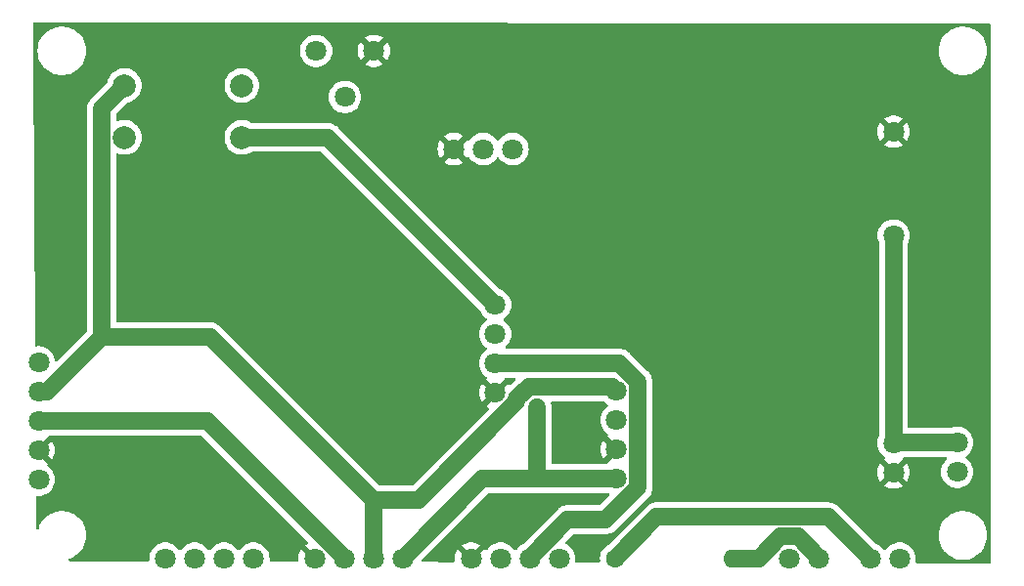
<source format=gbr>
%TF.GenerationSoftware,KiCad,Pcbnew,7.0.11+dfsg-1build4*%
%TF.CreationDate,2024-10-09T23:59:57+02:00*%
%TF.ProjectId,BertheVarioTac-Shema,42657274-6865-4566-9172-696f5461632d,rev?*%
%TF.SameCoordinates,Original*%
%TF.FileFunction,Copper,L1,Top*%
%TF.FilePolarity,Positive*%
%FSLAX46Y46*%
G04 Gerber Fmt 4.6, Leading zero omitted, Abs format (unit mm)*
G04 Created by KiCad (PCBNEW 7.0.11+dfsg-1build4) date 2024-10-09 23:59:57*
%MOMM*%
%LPD*%
G01*
G04 APERTURE LIST*
%TA.AperFunction,ComponentPad*%
%ADD10C,1.800000*%
%TD*%
%TA.AperFunction,ComponentPad*%
%ADD11C,1.600000*%
%TD*%
%TA.AperFunction,ComponentPad*%
%ADD12O,1.600000X1.600000*%
%TD*%
%TA.AperFunction,ComponentPad*%
%ADD13C,2.000000*%
%TD*%
%TA.AperFunction,ViaPad*%
%ADD14C,0.600000*%
%TD*%
%TA.AperFunction,Conductor*%
%ADD15C,1.500000*%
%TD*%
G04 APERTURE END LIST*
D10*
%TO.P,SW1,1*%
%TO.N,Net-(Lipo-1S-to-5V1-IN_3.7v)*%
X173500000Y-132500000D03*
%TO.P,SW1,2*%
%TO.N,Net-(BT1-+)*%
X173500000Y-129960000D03*
%TD*%
%TO.P,Usb-C-charger1,1,B-*%
%TO.N,GNDREF*%
X168000000Y-103000000D03*
%TO.P,Usb-C-charger1,2,+*%
%TO.N,Net-(BT1-+)*%
X168000000Y-112000000D03*
%TD*%
D11*
%TO.P,R1,1*%
%TO.N,Net-(R1-Pad1)*%
X143880000Y-140000000D03*
D12*
%TO.P,R1,2*%
%TO.N,Net-(P4-Pin_1)*%
X154040000Y-140000000D03*
%TD*%
D10*
%TO.P,CN1,1,Pin_1*%
%TO.N,Net-(BMP180_Press1-VIN)*%
X125500000Y-140000000D03*
%TO.P,CN1,2,Pin_2*%
%TO.N,Net-(BMP180_Press1-SDA)*%
X122960000Y-140000000D03*
%TO.P,CN1,3,Pin_3*%
%TO.N,Net-(BMP180_Press1-SCL)*%
X120420000Y-140000000D03*
%TO.P,CN1,4,Pin_4*%
%TO.N,GNDREF*%
X117880000Y-140000000D03*
%TD*%
D13*
%TO.P,R2,1*%
%TO.N,Net-(BMP180_Press1-VIN)*%
X111580000Y-99000000D03*
%TO.P,R2,2*%
%TO.N,Net-(BMP180_Press1-SDA)*%
X101420000Y-99000000D03*
%TD*%
D10*
%TO.P,S1,1,1*%
%TO.N,Net-(P4-Pin_2)*%
X168500000Y-140000000D03*
%TO.P,S1,2,2*%
%TO.N,Net-(R1-Pad1)*%
X165960000Y-140000000D03*
%TD*%
%TO.P,P4,1,Pin_1*%
%TO.N,Net-(P4-Pin_1)*%
X161500000Y-140000000D03*
%TO.P,P4,2,Pin_2*%
%TO.N,Net-(P4-Pin_2)*%
X158960000Y-140000000D03*
%TD*%
%TO.P,GPS-NEO6M1,1,GND*%
%TO.N,GNDREF*%
X133500000Y-125620000D03*
%TO.P,GPS-NEO6M1,2,TX*%
%TO.N,Net-(GPS-NEO6M1-TX)*%
X133500000Y-123080000D03*
%TO.P,GPS-NEO6M1,3,RX*%
%TO.N,unconnected-(GPS-NEO6M1-RX-Pad3)*%
X133500000Y-120540000D03*
%TO.P,GPS-NEO6M1,4,VCC*%
%TO.N,Net-(BMP180_Press1-VIN)*%
X133500000Y-118000000D03*
%TD*%
D13*
%TO.P,R3,1*%
%TO.N,Net-(BMP180_Press1-VIN)*%
X111580000Y-103500000D03*
%TO.P,R3,2*%
%TO.N,Net-(BMP180_Press1-SCL)*%
X101420000Y-103500000D03*
%TD*%
D10*
%TO.P,Lipo-1S-to-5V1,1,GND*%
%TO.N,GNDREF*%
X129920000Y-104500000D03*
%TO.P,Lipo-1S-to-5V1,2,IN_3.7v*%
%TO.N,Net-(Lipo-1S-to-5V1-IN_3.7v)*%
X132460000Y-104500000D03*
%TO.P,Lipo-1S-to-5V1,3,OUT_5V*%
%TO.N,Net-(Lipo-1S-to-5V1-OUT_5V)*%
X135000000Y-104500000D03*
%TD*%
%TO.P,BT1,1,+*%
%TO.N,Net-(BT1-+)*%
X168000000Y-130000000D03*
%TO.P,BT1,2,-*%
%TO.N,GNDREF*%
X168000000Y-132540000D03*
%TD*%
%TO.P,QMC5883_Mag1,1,VCC*%
%TO.N,Net-(BMP180_Press1-VIN)*%
X94000000Y-133160000D03*
%TO.P,QMC5883_Mag1,2,GND*%
%TO.N,GNDREF*%
X94000000Y-130620000D03*
%TO.P,QMC5883_Mag1,3,SCL*%
%TO.N,Net-(BMP180_Press1-SCL)*%
X94000000Y-128080000D03*
%TO.P,QMC5883_Mag1,4,SDA*%
%TO.N,Net-(BMP180_Press1-SDA)*%
X94000000Y-125540000D03*
%TO.P,QMC5883_Mag1,5*%
%TO.N,N/C*%
X94000000Y-123000000D03*
%TD*%
%TO.P,P1,1,Pin_1*%
%TO.N,Net-(Lipo-1S-to-5V1-OUT_5V)*%
X139040000Y-140000000D03*
%TO.P,P1,2,Pin_2*%
%TO.N,Net-(GPS-NEO6M1-TX)*%
X136500000Y-140000000D03*
%TO.P,P1,3,Pin_3*%
%TO.N,unconnected-(P1-Pin_3-Pad3)*%
X133960000Y-140000000D03*
%TO.P,P1,4,Pin_4*%
%TO.N,GNDREF*%
X131420000Y-140000000D03*
%TD*%
%TO.P,P5,1,1*%
%TO.N,Net-(Lipo-1S-to-5V1-IN_3.7v)*%
X118000000Y-96000000D03*
%TO.P,P5,2,2*%
%TO.N,Net-(P3-Pin_3)*%
X120500000Y-100000000D03*
%TO.P,P5,3,3*%
%TO.N,GNDREF*%
X123000000Y-96000000D03*
%TD*%
%TO.P,BMP180_Press1,1,SDA*%
%TO.N,Net-(BMP180_Press1-SDA)*%
X144000000Y-125460000D03*
%TO.P,BMP180_Press1,2,SCL*%
%TO.N,Net-(BMP180_Press1-SCL)*%
X144000000Y-128000000D03*
%TO.P,BMP180_Press1,3,GND*%
%TO.N,GNDREF*%
X144000000Y-130540000D03*
%TO.P,BMP180_Press1,4,VIN*%
%TO.N,Net-(BMP180_Press1-VIN)*%
X144000000Y-133080000D03*
%TD*%
%TO.P,P3,1,Pin_1*%
%TO.N,unconnected-(P3-Pin_1-Pad1)*%
X112580000Y-140000000D03*
%TO.P,P3,2,Pin_2*%
%TO.N,unconnected-(P3-Pin_2-Pad2)*%
X110040000Y-140000000D03*
%TO.P,P3,3,Pin_3*%
%TO.N,Net-(P3-Pin_3)*%
X107500000Y-140000000D03*
%TO.P,P3,4,Pin_4*%
%TO.N,unconnected-(P3-Pin_4-Pad4)*%
X104960000Y-140000000D03*
%TD*%
D14*
%TO.N,Net-(BMP180_Press1-VIN)*%
X137124600Y-126899900D03*
%TD*%
D15*
%TO.N,Net-(BMP180_Press1-SCL)*%
X108579000Y-128080000D02*
X94000000Y-128080000D01*
X120420000Y-139921000D02*
X108579000Y-128080000D01*
X120420000Y-140000000D02*
X120420000Y-139921000D01*
%TO.N,Net-(BMP180_Press1-SDA)*%
X126897600Y-134907600D02*
X122960000Y-134907600D01*
X135387300Y-126417900D02*
X126897600Y-134907600D01*
X135387300Y-126169300D02*
X135387300Y-126417900D01*
X136418000Y-125138600D02*
X135387300Y-126169300D01*
X143678600Y-125138600D02*
X136418000Y-125138600D01*
X144000000Y-125460000D02*
X143678600Y-125138600D01*
X122960000Y-134907600D02*
X122960000Y-140000000D01*
X99428100Y-100991900D02*
X101420000Y-99000000D01*
X99428100Y-120785200D02*
X99428100Y-100991900D01*
X94673300Y-125540000D02*
X99428100Y-120785200D01*
X94000000Y-125540000D02*
X94673300Y-125540000D01*
X108837600Y-120785200D02*
X122960000Y-134907600D01*
X99428100Y-120785200D02*
X108837600Y-120785200D01*
%TO.N,Net-(BMP180_Press1-VIN)*%
X119000000Y-103500000D02*
X111580000Y-103500000D01*
X133500000Y-118000000D02*
X119000000Y-103500000D01*
X137124600Y-126899900D02*
X137124600Y-133080000D01*
X144000000Y-133080000D02*
X137124600Y-133080000D01*
X132420000Y-133080000D02*
X125500000Y-140000000D01*
X137124600Y-133080000D02*
X132420000Y-133080000D01*
%TO.N,Net-(GPS-NEO6M1-TX)*%
X136500000Y-139894200D02*
X136500000Y-140000000D01*
X139776000Y-136618200D02*
X136500000Y-139894200D01*
X143092000Y-136618200D02*
X139776000Y-136618200D01*
X145859200Y-133851000D02*
X143092000Y-136618200D01*
X145859200Y-124670400D02*
X145859200Y-133851000D01*
X144268800Y-123080000D02*
X145859200Y-124670400D01*
X133500000Y-123080000D02*
X144268800Y-123080000D01*
%TO.N,Net-(BT1-+)*%
X168000000Y-129960000D02*
X173500000Y-129960000D01*
X168000000Y-112000000D02*
X168000000Y-129960000D01*
X168000000Y-129960000D02*
X168000000Y-130000000D01*
%TO.N,Net-(P4-Pin_1)*%
X154040000Y-140000000D02*
X156340000Y-140000000D01*
X161500000Y-139910300D02*
X161500000Y-140000000D01*
X159692000Y-138102300D02*
X161500000Y-139910300D01*
X158237700Y-138102300D02*
X159692000Y-138102300D01*
X156340000Y-140000000D02*
X158237700Y-138102300D01*
%TO.N,Net-(R1-Pad1)*%
X147494500Y-136385500D02*
X143880000Y-140000000D01*
X162345500Y-136385500D02*
X147494500Y-136385500D01*
X165960000Y-140000000D02*
X162345500Y-136385500D01*
%TD*%
%TA.AperFunction,Conductor*%
%TO.N,GNDREF*%
G36*
X176260171Y-93615943D02*
G01*
X176327183Y-93635720D01*
X176372865Y-93688587D01*
X176384000Y-93739828D01*
X176427127Y-140302840D01*
X176407504Y-140369898D01*
X176354743Y-140415702D01*
X176302841Y-140426955D01*
X169999301Y-140412410D01*
X169932307Y-140392570D01*
X169886674Y-140339661D01*
X169876890Y-140270480D01*
X169879382Y-140257967D01*
X169880361Y-140254100D01*
X169886134Y-140231305D01*
X169886507Y-140226808D01*
X169905300Y-140000006D01*
X169905300Y-139999993D01*
X169886135Y-139768702D01*
X169886133Y-139768691D01*
X169829157Y-139543699D01*
X169735924Y-139331151D01*
X169608983Y-139136852D01*
X169608980Y-139136849D01*
X169608979Y-139136847D01*
X169451784Y-138966087D01*
X169451779Y-138966083D01*
X169451777Y-138966081D01*
X169268634Y-138823535D01*
X169268628Y-138823531D01*
X169064504Y-138713064D01*
X169064495Y-138713061D01*
X168844984Y-138637702D01*
X168664428Y-138607573D01*
X168616049Y-138599500D01*
X168383951Y-138599500D01*
X168338164Y-138607140D01*
X168155015Y-138637702D01*
X167935504Y-138713061D01*
X167935495Y-138713064D01*
X167731371Y-138823531D01*
X167731365Y-138823535D01*
X167548222Y-138966081D01*
X167548219Y-138966084D01*
X167548216Y-138966086D01*
X167548216Y-138966087D01*
X167517040Y-138999953D01*
X167391016Y-139136852D01*
X167333809Y-139224416D01*
X167280662Y-139269773D01*
X167211431Y-139279197D01*
X167148095Y-139249695D01*
X167126191Y-139224416D01*
X167068983Y-139136852D01*
X167068980Y-139136849D01*
X167068979Y-139136847D01*
X166911784Y-138966087D01*
X166911779Y-138966083D01*
X166911777Y-138966081D01*
X166728634Y-138823535D01*
X166728628Y-138823531D01*
X166524504Y-138713064D01*
X166524495Y-138713061D01*
X166425298Y-138679006D01*
X166377880Y-138649406D01*
X165728474Y-138000000D01*
X171894592Y-138000000D01*
X171914201Y-138286680D01*
X171914201Y-138286684D01*
X171914202Y-138286686D01*
X171935984Y-138391509D01*
X171972666Y-138568034D01*
X171972667Y-138568037D01*
X172068894Y-138838793D01*
X172068893Y-138838793D01*
X172201098Y-139093935D01*
X172366812Y-139328700D01*
X172441655Y-139408836D01*
X172562947Y-139538708D01*
X172785853Y-139720055D01*
X172873423Y-139773308D01*
X173031382Y-139869365D01*
X173218237Y-139950526D01*
X173294942Y-139983844D01*
X173571642Y-140061371D01*
X173821920Y-140095771D01*
X173856321Y-140100500D01*
X173856322Y-140100500D01*
X174143679Y-140100500D01*
X174174370Y-140096281D01*
X174428358Y-140061371D01*
X174705058Y-139983844D01*
X174869726Y-139912319D01*
X174968617Y-139869365D01*
X174968620Y-139869363D01*
X174968625Y-139869361D01*
X175214147Y-139720055D01*
X175437053Y-139538708D01*
X175633189Y-139328698D01*
X175798901Y-139093936D01*
X175931104Y-138838797D01*
X176027334Y-138568032D01*
X176085798Y-138286686D01*
X176105408Y-138000000D01*
X176085798Y-137713314D01*
X176027334Y-137431968D01*
X175997347Y-137347594D01*
X175931105Y-137161206D01*
X175931106Y-137161206D01*
X175798901Y-136906064D01*
X175633187Y-136671299D01*
X175554554Y-136587105D01*
X175437053Y-136461292D01*
X175214147Y-136279945D01*
X175214146Y-136279944D01*
X174968617Y-136130634D01*
X174705063Y-136016158D01*
X174705061Y-136016157D01*
X174705058Y-136016156D01*
X174575578Y-135979877D01*
X174428364Y-135938630D01*
X174428359Y-135938629D01*
X174428358Y-135938629D01*
X174286018Y-135919064D01*
X174143679Y-135899500D01*
X174143678Y-135899500D01*
X173856322Y-135899500D01*
X173856321Y-135899500D01*
X173571642Y-135938629D01*
X173571635Y-135938630D01*
X173382727Y-135991560D01*
X173294942Y-136016156D01*
X173294939Y-136016156D01*
X173294936Y-136016158D01*
X173294935Y-136016158D01*
X173031382Y-136130634D01*
X172785853Y-136279944D01*
X172562950Y-136461289D01*
X172366812Y-136671299D01*
X172201098Y-136906064D01*
X172068894Y-137161206D01*
X171972667Y-137431962D01*
X171972666Y-137431965D01*
X171914201Y-137713319D01*
X171894592Y-138000000D01*
X165728474Y-138000000D01*
X163284316Y-135555842D01*
X163275049Y-135545473D01*
X163253008Y-135517834D01*
X163253006Y-135517832D01*
X163203103Y-135474232D01*
X163197007Y-135468533D01*
X163190032Y-135461558D01*
X163190021Y-135461548D01*
X163158755Y-135435445D01*
X163156639Y-135433638D01*
X163083503Y-135369740D01*
X163083497Y-135369736D01*
X163083496Y-135369735D01*
X163079741Y-135367491D01*
X163063873Y-135356232D01*
X163060519Y-135353432D01*
X163060518Y-135353431D01*
X163060513Y-135353427D01*
X162976048Y-135305501D01*
X162973644Y-135304101D01*
X162890263Y-135254284D01*
X162886169Y-135252748D01*
X162868544Y-135244502D01*
X162864745Y-135242346D01*
X162773069Y-135210267D01*
X162770453Y-135209319D01*
X162679529Y-135175194D01*
X162679519Y-135175191D01*
X162675223Y-135174412D01*
X162656418Y-135169449D01*
X162652284Y-135168002D01*
X162652277Y-135168001D01*
X162556348Y-135152807D01*
X162553605Y-135152341D01*
X162458050Y-135135000D01*
X162458047Y-135135000D01*
X162453672Y-135135000D01*
X162434269Y-135133472D01*
X162429960Y-135132789D01*
X162332859Y-135134969D01*
X162330077Y-135135000D01*
X147571686Y-135135000D01*
X147557802Y-135134220D01*
X147522677Y-135130262D01*
X147522669Y-135130261D01*
X147456567Y-135134719D01*
X147448225Y-135135000D01*
X147438338Y-135135000D01*
X147397751Y-135138652D01*
X147394982Y-135138870D01*
X147298090Y-135145403D01*
X147293849Y-135146472D01*
X147274676Y-135149730D01*
X147270308Y-135150123D01*
X147176685Y-135175962D01*
X147173995Y-135176672D01*
X147079819Y-135200402D01*
X147075822Y-135202218D01*
X147057559Y-135208839D01*
X147053331Y-135210006D01*
X146965816Y-135252149D01*
X146963300Y-135253326D01*
X146874876Y-135293491D01*
X146874871Y-135293494D01*
X146871275Y-135295986D01*
X146854471Y-135305771D01*
X146850531Y-135307668D01*
X146850529Y-135307669D01*
X146771960Y-135364751D01*
X146769695Y-135366358D01*
X146689845Y-135421680D01*
X146686739Y-135424786D01*
X146671965Y-135437403D01*
X146668428Y-135439973D01*
X146668421Y-135439978D01*
X146601304Y-135510177D01*
X146599359Y-135512165D01*
X143270509Y-138841015D01*
X143235242Y-138865712D01*
X143227264Y-138869432D01*
X143040858Y-138999954D01*
X142879954Y-139160858D01*
X142749432Y-139347265D01*
X142749431Y-139347267D01*
X142653261Y-139553502D01*
X142653258Y-139553511D01*
X142594366Y-139773302D01*
X142594364Y-139773313D01*
X142574532Y-139999998D01*
X142574532Y-140000002D01*
X142593261Y-140214082D01*
X142579494Y-140282582D01*
X142530879Y-140332765D01*
X142469447Y-140348889D01*
X140551171Y-140344463D01*
X140484177Y-140324623D01*
X140438544Y-140271714D01*
X140427881Y-140210223D01*
X140445300Y-140000005D01*
X140445300Y-139999993D01*
X140426135Y-139768702D01*
X140426133Y-139768691D01*
X140369157Y-139543699D01*
X140275924Y-139331151D01*
X140148983Y-139136852D01*
X140148980Y-139136849D01*
X140148979Y-139136847D01*
X139991784Y-138966087D01*
X139991779Y-138966083D01*
X139991777Y-138966081D01*
X139808634Y-138823535D01*
X139808628Y-138823531D01*
X139650250Y-138737821D01*
X139600660Y-138688601D01*
X139585552Y-138620384D01*
X139609723Y-138554829D01*
X139621579Y-138541093D01*
X140257655Y-137905019D01*
X140318978Y-137871534D01*
X140345336Y-137868700D01*
X143014814Y-137868700D01*
X143028697Y-137869479D01*
X143063827Y-137873438D01*
X143063828Y-137873437D01*
X143063830Y-137873438D01*
X143129933Y-137868981D01*
X143138275Y-137868700D01*
X143148149Y-137868700D01*
X143148155Y-137868700D01*
X143188793Y-137865041D01*
X143191504Y-137864828D01*
X143288412Y-137858296D01*
X143292646Y-137857228D01*
X143311841Y-137853967D01*
X143316188Y-137853577D01*
X143409856Y-137827725D01*
X143412444Y-137827041D01*
X143506683Y-137803296D01*
X143510655Y-137801491D01*
X143528962Y-137794854D01*
X143533170Y-137793693D01*
X143620740Y-137751521D01*
X143623131Y-137750402D01*
X143711626Y-137710207D01*
X143715220Y-137707716D01*
X143732035Y-137697924D01*
X143735973Y-137696029D01*
X143740575Y-137692686D01*
X143791501Y-137655685D01*
X143814592Y-137638908D01*
X143816724Y-137637394D01*
X143896654Y-137582020D01*
X143899743Y-137578930D01*
X143914545Y-137566288D01*
X143918078Y-137563722D01*
X143985239Y-137493475D01*
X143987096Y-137491576D01*
X146688866Y-134789806D01*
X146699216Y-134780557D01*
X146726866Y-134758508D01*
X146770467Y-134708601D01*
X146776157Y-134702516D01*
X146783145Y-134695529D01*
X146809319Y-134664175D01*
X146811019Y-134662185D01*
X146874965Y-134588996D01*
X146877202Y-134585250D01*
X146888469Y-134569369D01*
X146891268Y-134566018D01*
X146939255Y-134481445D01*
X146940549Y-134479223D01*
X146990415Y-134395764D01*
X146991949Y-134391675D01*
X147000198Y-134374044D01*
X147002354Y-134370245D01*
X147034459Y-134278491D01*
X147035390Y-134275925D01*
X147069505Y-134185029D01*
X147069504Y-134185029D01*
X147069507Y-134185024D01*
X147070285Y-134180735D01*
X147075257Y-134161896D01*
X147076698Y-134157782D01*
X147091912Y-134061717D01*
X147092340Y-134059200D01*
X147109700Y-133963547D01*
X147109700Y-133959175D01*
X147111227Y-133939777D01*
X147111910Y-133935464D01*
X147111911Y-133935459D01*
X147109730Y-133838332D01*
X147109700Y-133835551D01*
X147109700Y-130000006D01*
X166594700Y-130000006D01*
X166613864Y-130231297D01*
X166613866Y-130231308D01*
X166670842Y-130456300D01*
X166764075Y-130668848D01*
X166891016Y-130863147D01*
X166891019Y-130863151D01*
X166891021Y-130863153D01*
X167048216Y-131033913D01*
X167179982Y-131136470D01*
X167226225Y-131172462D01*
X167267038Y-131229173D01*
X167270713Y-131298946D01*
X167236082Y-131359629D01*
X167226225Y-131368170D01*
X167201201Y-131387646D01*
X167201200Y-131387647D01*
X167955600Y-132142046D01*
X167874852Y-132154835D01*
X167761955Y-132212359D01*
X167672359Y-132301955D01*
X167614835Y-132414852D01*
X167602046Y-132495600D01*
X166848811Y-131742365D01*
X166764516Y-131871390D01*
X166671317Y-132083864D01*
X166614361Y-132308781D01*
X166595202Y-132539994D01*
X166595202Y-132540005D01*
X166614361Y-132771218D01*
X166671317Y-132996135D01*
X166764515Y-133208606D01*
X166848812Y-133337633D01*
X167602046Y-132584399D01*
X167614835Y-132665148D01*
X167672359Y-132778045D01*
X167761955Y-132867641D01*
X167874852Y-132925165D01*
X167955599Y-132937953D01*
X167201201Y-133692351D01*
X167231649Y-133716050D01*
X167435697Y-133826476D01*
X167435706Y-133826479D01*
X167655139Y-133901811D01*
X167883993Y-133940000D01*
X168116007Y-133940000D01*
X168344860Y-133901811D01*
X168564293Y-133826479D01*
X168564301Y-133826476D01*
X168768355Y-133716047D01*
X168798797Y-133692351D01*
X168798798Y-133692350D01*
X168044401Y-132937953D01*
X168125148Y-132925165D01*
X168238045Y-132867641D01*
X168327641Y-132778045D01*
X168385165Y-132665148D01*
X168397953Y-132584400D01*
X169151186Y-133337633D01*
X169235482Y-133208611D01*
X169328682Y-132996135D01*
X169385638Y-132771218D01*
X169404798Y-132540005D01*
X169404798Y-132539994D01*
X169385638Y-132308781D01*
X169328682Y-132083864D01*
X169235484Y-131871393D01*
X169151186Y-131742365D01*
X168397953Y-132495598D01*
X168385165Y-132414852D01*
X168327641Y-132301955D01*
X168238045Y-132212359D01*
X168125148Y-132154835D01*
X168044400Y-132142046D01*
X168798797Y-131387647D01*
X168795975Y-131342184D01*
X168811468Y-131274053D01*
X168861335Y-131225114D01*
X168919737Y-131210500D01*
X172515395Y-131210500D01*
X172582434Y-131230185D01*
X172628189Y-131282989D01*
X172638133Y-131352147D01*
X172609108Y-131415703D01*
X172591560Y-131432351D01*
X172561278Y-131455920D01*
X172548217Y-131466086D01*
X172391016Y-131636852D01*
X172264075Y-131831151D01*
X172170842Y-132043699D01*
X172113866Y-132268691D01*
X172113864Y-132268702D01*
X172094700Y-132499993D01*
X172094700Y-132500006D01*
X172113864Y-132731297D01*
X172113866Y-132731308D01*
X172170842Y-132956300D01*
X172264075Y-133168848D01*
X172391016Y-133363147D01*
X172391019Y-133363151D01*
X172391021Y-133363153D01*
X172548216Y-133533913D01*
X172548219Y-133533915D01*
X172548222Y-133533918D01*
X172731365Y-133676464D01*
X172731371Y-133676468D01*
X172731374Y-133676470D01*
X172935497Y-133786936D01*
X173049487Y-133826068D01*
X173155015Y-133862297D01*
X173155017Y-133862297D01*
X173155019Y-133862298D01*
X173383951Y-133900500D01*
X173383952Y-133900500D01*
X173616048Y-133900500D01*
X173616049Y-133900500D01*
X173844981Y-133862298D01*
X174064503Y-133786936D01*
X174268626Y-133676470D01*
X174451784Y-133533913D01*
X174608979Y-133363153D01*
X174735924Y-133168849D01*
X174829157Y-132956300D01*
X174886134Y-132731305D01*
X174886135Y-132731297D01*
X174905300Y-132500006D01*
X174905300Y-132499993D01*
X174886135Y-132268702D01*
X174886133Y-132268691D01*
X174829157Y-132043699D01*
X174735924Y-131831151D01*
X174608983Y-131636852D01*
X174608980Y-131636849D01*
X174608979Y-131636847D01*
X174451784Y-131466087D01*
X174274180Y-131327853D01*
X174233368Y-131271143D01*
X174229693Y-131201370D01*
X174264324Y-131140687D01*
X174274181Y-131132146D01*
X174451784Y-130993913D01*
X174608979Y-130823153D01*
X174735924Y-130628849D01*
X174829157Y-130416300D01*
X174886134Y-130191305D01*
X174889156Y-130154835D01*
X174905300Y-129960006D01*
X174905300Y-129959993D01*
X174886135Y-129728702D01*
X174886133Y-129728691D01*
X174829157Y-129503699D01*
X174735924Y-129291151D01*
X174608983Y-129096852D01*
X174608980Y-129096849D01*
X174608979Y-129096847D01*
X174451784Y-128926087D01*
X174451779Y-128926083D01*
X174451777Y-128926081D01*
X174268634Y-128783535D01*
X174268628Y-128783531D01*
X174064504Y-128673064D01*
X174064495Y-128673061D01*
X173844984Y-128597702D01*
X173673282Y-128569050D01*
X173616049Y-128559500D01*
X173383951Y-128559500D01*
X173338164Y-128567140D01*
X173155015Y-128597702D01*
X172935501Y-128673062D01*
X172935486Y-128673069D01*
X172895786Y-128694554D01*
X172836768Y-128709500D01*
X169374500Y-128709500D01*
X169307461Y-128689815D01*
X169261706Y-128637011D01*
X169250500Y-128585500D01*
X169250500Y-112661619D01*
X169260943Y-112611810D01*
X169329157Y-112456300D01*
X169386134Y-112231305D01*
X169405300Y-112000000D01*
X169405300Y-111999993D01*
X169386135Y-111768702D01*
X169386133Y-111768691D01*
X169329157Y-111543699D01*
X169235924Y-111331151D01*
X169108983Y-111136852D01*
X169108980Y-111136849D01*
X169108979Y-111136847D01*
X168951784Y-110966087D01*
X168951779Y-110966083D01*
X168951777Y-110966081D01*
X168768634Y-110823535D01*
X168768628Y-110823531D01*
X168564504Y-110713064D01*
X168564495Y-110713061D01*
X168344984Y-110637702D01*
X168173282Y-110609050D01*
X168116049Y-110599500D01*
X167883951Y-110599500D01*
X167838164Y-110607140D01*
X167655015Y-110637702D01*
X167435504Y-110713061D01*
X167435495Y-110713064D01*
X167231371Y-110823531D01*
X167231365Y-110823535D01*
X167048222Y-110966081D01*
X167048219Y-110966084D01*
X166891016Y-111136852D01*
X166764075Y-111331151D01*
X166670842Y-111543699D01*
X166613866Y-111768691D01*
X166613864Y-111768702D01*
X166594700Y-111999993D01*
X166594700Y-112000006D01*
X166613864Y-112231297D01*
X166613866Y-112231308D01*
X166670842Y-112456297D01*
X166670843Y-112456300D01*
X166739056Y-112611810D01*
X166749500Y-112661619D01*
X166749500Y-129338379D01*
X166739056Y-129388189D01*
X166670842Y-129543699D01*
X166613866Y-129768691D01*
X166613864Y-129768702D01*
X166594700Y-129999993D01*
X166594700Y-130000006D01*
X147109700Y-130000006D01*
X147109700Y-124747575D01*
X147110480Y-124733690D01*
X147114437Y-124698572D01*
X147112972Y-124676847D01*
X147109981Y-124632475D01*
X147109700Y-124624134D01*
X147109700Y-124614250D01*
X147109700Y-124614245D01*
X147106043Y-124573615D01*
X147105826Y-124570852D01*
X147103893Y-124542181D01*
X147099296Y-124473987D01*
X147098227Y-124469747D01*
X147094968Y-124450558D01*
X147094753Y-124448170D01*
X147094577Y-124446212D01*
X147068732Y-124352568D01*
X147068040Y-124349948D01*
X147044296Y-124255716D01*
X147042490Y-124251740D01*
X147035854Y-124233439D01*
X147034693Y-124229230D01*
X146992540Y-124141699D01*
X146991389Y-124139239D01*
X146951207Y-124050774D01*
X146948717Y-124047180D01*
X146938925Y-124030364D01*
X146937030Y-124026429D01*
X146937027Y-124026424D01*
X146879940Y-123947850D01*
X146878362Y-123945628D01*
X146823020Y-123865746D01*
X146819929Y-123862655D01*
X146807293Y-123847861D01*
X146804721Y-123844321D01*
X146804718Y-123844318D01*
X146734499Y-123777181D01*
X146732510Y-123775236D01*
X145207616Y-122250342D01*
X145198349Y-122239973D01*
X145176306Y-122212332D01*
X145126403Y-122168732D01*
X145120307Y-122163033D01*
X145113332Y-122156058D01*
X145113321Y-122156048D01*
X145082055Y-122129945D01*
X145079939Y-122128138D01*
X145006803Y-122064240D01*
X145006797Y-122064236D01*
X145006796Y-122064235D01*
X145003041Y-122061991D01*
X144987173Y-122050732D01*
X144983819Y-122047932D01*
X144983818Y-122047931D01*
X144983813Y-122047927D01*
X144899348Y-122000001D01*
X144896944Y-121998601D01*
X144813563Y-121948784D01*
X144809469Y-121947248D01*
X144791844Y-121939002D01*
X144788045Y-121936846D01*
X144696369Y-121904767D01*
X144693753Y-121903819D01*
X144602829Y-121869694D01*
X144602819Y-121869691D01*
X144598523Y-121868912D01*
X144579718Y-121863949D01*
X144575584Y-121862502D01*
X144575577Y-121862501D01*
X144479648Y-121847307D01*
X144476905Y-121846841D01*
X144381350Y-121829500D01*
X144381347Y-121829500D01*
X144376972Y-121829500D01*
X144357569Y-121827972D01*
X144353260Y-121827289D01*
X144256159Y-121829469D01*
X144253377Y-121829500D01*
X134484605Y-121829500D01*
X134417566Y-121809815D01*
X134371811Y-121757011D01*
X134361867Y-121687853D01*
X134390892Y-121624297D01*
X134408439Y-121607648D01*
X134451784Y-121573913D01*
X134608979Y-121403153D01*
X134735924Y-121208849D01*
X134829157Y-120996300D01*
X134886134Y-120771305D01*
X134905300Y-120540000D01*
X134905300Y-120539993D01*
X134886135Y-120308702D01*
X134886133Y-120308691D01*
X134829157Y-120083699D01*
X134735924Y-119871151D01*
X134608983Y-119676852D01*
X134608980Y-119676849D01*
X134608979Y-119676847D01*
X134451784Y-119506087D01*
X134274180Y-119367853D01*
X134233368Y-119311143D01*
X134229693Y-119241370D01*
X134264324Y-119180687D01*
X134274181Y-119172146D01*
X134451784Y-119033913D01*
X134608979Y-118863153D01*
X134735924Y-118668849D01*
X134829157Y-118456300D01*
X134886134Y-118231305D01*
X134905300Y-118000000D01*
X134905300Y-117999993D01*
X134886135Y-117768702D01*
X134886133Y-117768691D01*
X134829157Y-117543699D01*
X134735924Y-117331151D01*
X134608983Y-117136852D01*
X134608980Y-117136849D01*
X134608979Y-117136847D01*
X134451784Y-116966087D01*
X134451779Y-116966083D01*
X134451777Y-116966081D01*
X134268634Y-116823535D01*
X134268628Y-116823531D01*
X134064504Y-116713064D01*
X134064495Y-116713061D01*
X133965298Y-116679006D01*
X133917880Y-116649406D01*
X121768479Y-104500005D01*
X128515202Y-104500005D01*
X128534361Y-104731218D01*
X128591317Y-104956135D01*
X128684515Y-105168606D01*
X128768812Y-105297633D01*
X129522046Y-104544399D01*
X129534835Y-104625148D01*
X129592359Y-104738045D01*
X129681955Y-104827641D01*
X129794852Y-104885165D01*
X129875599Y-104897953D01*
X129121201Y-105652351D01*
X129151649Y-105676050D01*
X129355697Y-105786476D01*
X129355706Y-105786479D01*
X129575139Y-105861811D01*
X129803993Y-105900000D01*
X130036007Y-105900000D01*
X130264860Y-105861811D01*
X130484293Y-105786479D01*
X130484301Y-105786476D01*
X130688355Y-105676047D01*
X130718797Y-105652351D01*
X130718798Y-105652350D01*
X129964401Y-104897953D01*
X130045148Y-104885165D01*
X130158045Y-104827641D01*
X130247641Y-104738045D01*
X130305165Y-104625148D01*
X130317953Y-104544400D01*
X131071185Y-105297632D01*
X131085891Y-105275125D01*
X131139037Y-105229768D01*
X131208268Y-105220344D01*
X131271604Y-105249846D01*
X131293508Y-105275123D01*
X131351021Y-105363153D01*
X131508216Y-105533913D01*
X131508219Y-105533915D01*
X131508222Y-105533918D01*
X131691365Y-105676464D01*
X131691371Y-105676468D01*
X131691374Y-105676470D01*
X131858860Y-105767109D01*
X131894652Y-105786479D01*
X131895497Y-105786936D01*
X132009487Y-105826068D01*
X132115015Y-105862297D01*
X132115017Y-105862297D01*
X132115019Y-105862298D01*
X132343951Y-105900500D01*
X132343952Y-105900500D01*
X132576048Y-105900500D01*
X132576049Y-105900500D01*
X132804981Y-105862298D01*
X133024503Y-105786936D01*
X133228626Y-105676470D01*
X133229170Y-105676047D01*
X133290129Y-105628600D01*
X133411784Y-105533913D01*
X133568979Y-105363153D01*
X133626191Y-105275582D01*
X133679337Y-105230226D01*
X133748568Y-105220802D01*
X133811904Y-105250304D01*
X133833809Y-105275583D01*
X133891016Y-105363147D01*
X133891018Y-105363149D01*
X133891021Y-105363153D01*
X134048216Y-105533913D01*
X134048219Y-105533915D01*
X134048222Y-105533918D01*
X134231365Y-105676464D01*
X134231371Y-105676468D01*
X134231374Y-105676470D01*
X134398860Y-105767109D01*
X134434652Y-105786479D01*
X134435497Y-105786936D01*
X134549487Y-105826068D01*
X134655015Y-105862297D01*
X134655017Y-105862297D01*
X134655019Y-105862298D01*
X134883951Y-105900500D01*
X134883952Y-105900500D01*
X135116048Y-105900500D01*
X135116049Y-105900500D01*
X135344981Y-105862298D01*
X135564503Y-105786936D01*
X135768626Y-105676470D01*
X135769170Y-105676047D01*
X135830129Y-105628600D01*
X135951784Y-105533913D01*
X136108979Y-105363153D01*
X136235924Y-105168849D01*
X136329157Y-104956300D01*
X136386134Y-104731305D01*
X136386135Y-104731297D01*
X136405300Y-104500006D01*
X136405300Y-104499993D01*
X136386135Y-104268702D01*
X136386133Y-104268691D01*
X136329157Y-104043699D01*
X136235924Y-103831151D01*
X136108983Y-103636852D01*
X136108980Y-103636849D01*
X136108979Y-103636847D01*
X135951784Y-103466087D01*
X135951779Y-103466083D01*
X135951777Y-103466081D01*
X135768634Y-103323535D01*
X135768628Y-103323531D01*
X135564504Y-103213064D01*
X135564495Y-103213061D01*
X135344984Y-103137702D01*
X135173282Y-103109050D01*
X135116049Y-103099500D01*
X134883951Y-103099500D01*
X134838164Y-103107140D01*
X134655015Y-103137702D01*
X134435504Y-103213061D01*
X134435495Y-103213064D01*
X134231371Y-103323531D01*
X134231365Y-103323535D01*
X134048222Y-103466081D01*
X134048219Y-103466084D01*
X134048216Y-103466086D01*
X134048216Y-103466087D01*
X133989267Y-103530122D01*
X133891016Y-103636852D01*
X133833809Y-103724416D01*
X133780662Y-103769773D01*
X133711431Y-103779197D01*
X133648095Y-103749695D01*
X133626191Y-103724416D01*
X133568983Y-103636852D01*
X133568980Y-103636849D01*
X133568979Y-103636847D01*
X133411784Y-103466087D01*
X133411779Y-103466083D01*
X133411777Y-103466081D01*
X133228634Y-103323535D01*
X133228628Y-103323531D01*
X133024504Y-103213064D01*
X133024495Y-103213061D01*
X132804984Y-103137702D01*
X132633282Y-103109050D01*
X132576049Y-103099500D01*
X132343951Y-103099500D01*
X132298164Y-103107140D01*
X132115015Y-103137702D01*
X131895504Y-103213061D01*
X131895495Y-103213064D01*
X131691371Y-103323531D01*
X131691365Y-103323535D01*
X131508222Y-103466081D01*
X131508219Y-103466084D01*
X131508216Y-103466086D01*
X131508216Y-103466087D01*
X131476993Y-103500005D01*
X131351015Y-103636854D01*
X131293509Y-103724874D01*
X131240363Y-103770230D01*
X131171132Y-103779654D01*
X131107796Y-103750152D01*
X131085892Y-103724874D01*
X131071186Y-103702365D01*
X130317953Y-104455598D01*
X130305165Y-104374852D01*
X130247641Y-104261955D01*
X130158045Y-104172359D01*
X130045148Y-104114835D01*
X129964400Y-104102046D01*
X130718797Y-103347647D01*
X130718797Y-103347645D01*
X130688360Y-103323955D01*
X130688354Y-103323951D01*
X130484302Y-103213523D01*
X130484293Y-103213520D01*
X130264860Y-103138188D01*
X130036007Y-103100000D01*
X129803993Y-103100000D01*
X129575139Y-103138188D01*
X129355706Y-103213520D01*
X129355697Y-103213523D01*
X129151650Y-103323949D01*
X129121200Y-103347647D01*
X129875600Y-104102046D01*
X129794852Y-104114835D01*
X129681955Y-104172359D01*
X129592359Y-104261955D01*
X129534835Y-104374852D01*
X129522046Y-104455600D01*
X128768811Y-103702365D01*
X128684516Y-103831390D01*
X128591317Y-104043864D01*
X128534361Y-104268781D01*
X128515202Y-104499994D01*
X128515202Y-104500005D01*
X121768479Y-104500005D01*
X120268479Y-103000005D01*
X166595202Y-103000005D01*
X166614361Y-103231218D01*
X166671317Y-103456135D01*
X166764515Y-103668606D01*
X166848812Y-103797633D01*
X167602046Y-103044399D01*
X167614835Y-103125148D01*
X167672359Y-103238045D01*
X167761955Y-103327641D01*
X167874852Y-103385165D01*
X167955599Y-103397953D01*
X167201201Y-104152351D01*
X167231649Y-104176050D01*
X167435697Y-104286476D01*
X167435706Y-104286479D01*
X167655139Y-104361811D01*
X167883993Y-104400000D01*
X168116007Y-104400000D01*
X168344860Y-104361811D01*
X168564293Y-104286479D01*
X168564301Y-104286476D01*
X168768355Y-104176047D01*
X168798797Y-104152351D01*
X168798798Y-104152350D01*
X168044401Y-103397953D01*
X168125148Y-103385165D01*
X168238045Y-103327641D01*
X168327641Y-103238045D01*
X168385165Y-103125148D01*
X168397953Y-103044400D01*
X169151186Y-103797633D01*
X169235482Y-103668611D01*
X169328682Y-103456135D01*
X169385638Y-103231218D01*
X169404798Y-103000005D01*
X169404798Y-102999994D01*
X169385638Y-102768781D01*
X169328682Y-102543864D01*
X169235484Y-102331393D01*
X169151186Y-102202365D01*
X168397953Y-102955598D01*
X168385165Y-102874852D01*
X168327641Y-102761955D01*
X168238045Y-102672359D01*
X168125148Y-102614835D01*
X168044400Y-102602046D01*
X168798797Y-101847647D01*
X168798797Y-101847645D01*
X168768360Y-101823955D01*
X168768354Y-101823951D01*
X168564302Y-101713523D01*
X168564293Y-101713520D01*
X168344860Y-101638188D01*
X168116007Y-101600000D01*
X167883993Y-101600000D01*
X167655139Y-101638188D01*
X167435706Y-101713520D01*
X167435697Y-101713523D01*
X167231650Y-101823949D01*
X167201200Y-101847647D01*
X167955600Y-102602046D01*
X167874852Y-102614835D01*
X167761955Y-102672359D01*
X167672359Y-102761955D01*
X167614835Y-102874852D01*
X167602046Y-102955600D01*
X166848811Y-102202365D01*
X166764516Y-102331390D01*
X166671317Y-102543864D01*
X166614361Y-102768781D01*
X166595202Y-102999994D01*
X166595202Y-103000005D01*
X120268479Y-103000005D01*
X119938816Y-102670342D01*
X119929549Y-102659973D01*
X119907506Y-102632332D01*
X119857603Y-102588732D01*
X119851507Y-102583033D01*
X119844532Y-102576058D01*
X119844521Y-102576048D01*
X119813255Y-102549945D01*
X119811139Y-102548138D01*
X119738003Y-102484240D01*
X119737997Y-102484236D01*
X119737996Y-102484235D01*
X119734241Y-102481991D01*
X119718373Y-102470732D01*
X119715019Y-102467932D01*
X119715018Y-102467931D01*
X119715013Y-102467927D01*
X119630548Y-102420001D01*
X119628144Y-102418601D01*
X119544763Y-102368784D01*
X119540669Y-102367248D01*
X119523044Y-102359002D01*
X119519245Y-102356846D01*
X119427569Y-102324767D01*
X119424953Y-102323819D01*
X119334029Y-102289694D01*
X119334019Y-102289691D01*
X119329723Y-102288912D01*
X119310918Y-102283949D01*
X119306784Y-102282502D01*
X119306777Y-102282501D01*
X119210848Y-102267307D01*
X119208105Y-102266841D01*
X119112550Y-102249500D01*
X119112547Y-102249500D01*
X119108172Y-102249500D01*
X119088769Y-102247972D01*
X119084460Y-102247289D01*
X118987359Y-102249469D01*
X118984577Y-102249500D01*
X112453341Y-102249500D01*
X112394324Y-102234555D01*
X112184816Y-102121175D01*
X112184813Y-102121174D01*
X112184810Y-102121172D01*
X112184804Y-102121170D01*
X112184802Y-102121169D01*
X111949616Y-102040429D01*
X111704335Y-101999500D01*
X111455665Y-101999500D01*
X111210383Y-102040429D01*
X110975197Y-102121169D01*
X110975188Y-102121172D01*
X110756493Y-102239524D01*
X110560257Y-102392261D01*
X110391833Y-102575217D01*
X110255826Y-102783393D01*
X110155936Y-103011118D01*
X110094892Y-103252175D01*
X110094890Y-103252187D01*
X110074357Y-103499994D01*
X110074357Y-103500005D01*
X110094890Y-103747812D01*
X110094892Y-103747824D01*
X110155936Y-103988881D01*
X110255826Y-104216606D01*
X110391833Y-104424782D01*
X110391836Y-104424785D01*
X110560256Y-104607738D01*
X110756491Y-104760474D01*
X110756493Y-104760475D01*
X110975182Y-104878824D01*
X110975190Y-104878828D01*
X111210386Y-104959571D01*
X111455665Y-105000500D01*
X111704335Y-105000500D01*
X111949614Y-104959571D01*
X112184810Y-104878828D01*
X112385565Y-104770185D01*
X112394324Y-104765445D01*
X112453341Y-104750500D01*
X118430664Y-104750500D01*
X118497703Y-104770185D01*
X118518345Y-104786819D01*
X132141678Y-118410152D01*
X132167822Y-118452025D01*
X132168783Y-118451604D01*
X132264075Y-118668848D01*
X132391016Y-118863147D01*
X132391019Y-118863151D01*
X132391021Y-118863153D01*
X132548216Y-119033913D01*
X132548219Y-119033915D01*
X132548222Y-119033918D01*
X132725818Y-119172147D01*
X132766631Y-119228857D01*
X132770306Y-119298630D01*
X132735674Y-119359313D01*
X132725818Y-119367853D01*
X132548222Y-119506081D01*
X132548219Y-119506084D01*
X132548216Y-119506086D01*
X132548216Y-119506087D01*
X132523283Y-119533172D01*
X132391016Y-119676852D01*
X132264075Y-119871151D01*
X132170842Y-120083699D01*
X132113866Y-120308691D01*
X132113864Y-120308702D01*
X132094700Y-120539993D01*
X132094700Y-120540006D01*
X132113864Y-120771297D01*
X132113866Y-120771308D01*
X132170842Y-120996300D01*
X132264075Y-121208848D01*
X132391016Y-121403147D01*
X132391019Y-121403151D01*
X132391021Y-121403153D01*
X132548216Y-121573913D01*
X132548219Y-121573915D01*
X132548222Y-121573918D01*
X132725818Y-121712147D01*
X132766631Y-121768857D01*
X132770306Y-121838630D01*
X132735674Y-121899313D01*
X132725818Y-121907853D01*
X132548222Y-122046081D01*
X132548219Y-122046084D01*
X132391016Y-122216852D01*
X132264075Y-122411151D01*
X132170842Y-122623699D01*
X132113866Y-122848691D01*
X132113864Y-122848702D01*
X132094700Y-123079993D01*
X132094700Y-123080006D01*
X132113864Y-123311297D01*
X132113866Y-123311308D01*
X132170842Y-123536300D01*
X132264075Y-123748848D01*
X132391016Y-123943147D01*
X132391019Y-123943151D01*
X132391021Y-123943153D01*
X132548216Y-124113913D01*
X132696376Y-124229230D01*
X132726225Y-124252462D01*
X132767038Y-124309173D01*
X132770713Y-124378946D01*
X132736082Y-124439629D01*
X132726225Y-124448170D01*
X132701201Y-124467646D01*
X132701200Y-124467647D01*
X133455600Y-125222046D01*
X133374852Y-125234835D01*
X133261955Y-125292359D01*
X133172359Y-125381955D01*
X133114835Y-125494852D01*
X133102046Y-125575600D01*
X132348811Y-124822365D01*
X132264516Y-124951390D01*
X132171317Y-125163864D01*
X132114361Y-125388781D01*
X132095202Y-125619994D01*
X132095202Y-125620005D01*
X132114361Y-125851218D01*
X132171317Y-126076135D01*
X132264515Y-126288606D01*
X132348812Y-126417633D01*
X133102046Y-125664399D01*
X133114835Y-125745148D01*
X133172359Y-125858045D01*
X133261955Y-125947641D01*
X133374852Y-126005165D01*
X133455599Y-126017953D01*
X132701201Y-126772351D01*
X132731650Y-126796051D01*
X132731653Y-126796053D01*
X132915680Y-126895643D01*
X132965271Y-126944862D01*
X132980379Y-127013079D01*
X132956209Y-127078635D01*
X132944344Y-127092379D01*
X126415945Y-133620781D01*
X126354622Y-133654266D01*
X126328264Y-133657100D01*
X123529336Y-133657100D01*
X123462297Y-133637415D01*
X123441655Y-133620781D01*
X109776416Y-119955542D01*
X109767149Y-119945173D01*
X109745106Y-119917532D01*
X109695203Y-119873932D01*
X109689107Y-119868233D01*
X109682132Y-119861258D01*
X109682121Y-119861248D01*
X109650855Y-119835145D01*
X109648739Y-119833338D01*
X109575603Y-119769440D01*
X109575597Y-119769436D01*
X109575596Y-119769435D01*
X109571841Y-119767191D01*
X109555973Y-119755932D01*
X109552619Y-119753132D01*
X109552618Y-119753131D01*
X109552613Y-119753127D01*
X109468148Y-119705201D01*
X109465744Y-119703801D01*
X109382363Y-119653984D01*
X109378269Y-119652448D01*
X109360644Y-119644202D01*
X109356845Y-119642046D01*
X109265169Y-119609967D01*
X109262553Y-119609019D01*
X109171629Y-119574894D01*
X109171619Y-119574891D01*
X109167323Y-119574112D01*
X109148518Y-119569149D01*
X109144384Y-119567702D01*
X109144377Y-119567701D01*
X109048448Y-119552507D01*
X109045705Y-119552041D01*
X108950150Y-119534700D01*
X108950147Y-119534700D01*
X108945772Y-119534700D01*
X108926369Y-119533172D01*
X108922060Y-119532489D01*
X108824959Y-119534669D01*
X108822177Y-119534700D01*
X100802600Y-119534700D01*
X100735561Y-119515015D01*
X100689806Y-119462211D01*
X100678600Y-119410700D01*
X100678600Y-105005609D01*
X100698285Y-104938570D01*
X100751089Y-104892815D01*
X100820247Y-104882871D01*
X100842861Y-104888327D01*
X101050386Y-104959571D01*
X101295665Y-105000500D01*
X101544335Y-105000500D01*
X101789614Y-104959571D01*
X102024810Y-104878828D01*
X102243509Y-104760474D01*
X102439744Y-104607738D01*
X102608164Y-104424785D01*
X102744173Y-104216607D01*
X102844063Y-103988881D01*
X102905108Y-103747821D01*
X102905109Y-103747812D01*
X102925643Y-103500005D01*
X102925643Y-103499994D01*
X102905109Y-103252187D01*
X102905107Y-103252175D01*
X102844063Y-103011118D01*
X102744173Y-102783393D01*
X102608166Y-102575217D01*
X102584901Y-102549945D01*
X102439744Y-102392262D01*
X102243509Y-102239526D01*
X102243507Y-102239525D01*
X102243506Y-102239524D01*
X102024811Y-102121172D01*
X102024802Y-102121169D01*
X101789616Y-102040429D01*
X101544335Y-101999500D01*
X101295665Y-101999500D01*
X101050383Y-102040429D01*
X100842863Y-102111671D01*
X100773064Y-102114821D01*
X100712643Y-102079735D01*
X100680782Y-102017552D01*
X100678600Y-101994390D01*
X100678600Y-101561235D01*
X100698285Y-101494196D01*
X100714914Y-101473558D01*
X101688654Y-100499818D01*
X101749975Y-100466335D01*
X101755926Y-100465192D01*
X101789614Y-100459571D01*
X102024810Y-100378828D01*
X102243509Y-100260474D01*
X102439744Y-100107738D01*
X102608164Y-99924785D01*
X102744173Y-99716607D01*
X102844063Y-99488881D01*
X102905108Y-99247821D01*
X102925643Y-99000005D01*
X110074357Y-99000005D01*
X110094890Y-99247812D01*
X110094892Y-99247824D01*
X110155936Y-99488881D01*
X110255826Y-99716606D01*
X110391833Y-99924782D01*
X110391836Y-99924785D01*
X110560256Y-100107738D01*
X110756491Y-100260474D01*
X110865840Y-100319651D01*
X110945127Y-100362559D01*
X110975190Y-100378828D01*
X111210386Y-100459571D01*
X111455665Y-100500500D01*
X111704335Y-100500500D01*
X111949614Y-100459571D01*
X112184810Y-100378828D01*
X112403509Y-100260474D01*
X112599744Y-100107738D01*
X112698918Y-100000006D01*
X119094700Y-100000006D01*
X119113864Y-100231297D01*
X119113866Y-100231308D01*
X119170842Y-100456300D01*
X119264075Y-100668848D01*
X119391016Y-100863147D01*
X119391019Y-100863151D01*
X119391021Y-100863153D01*
X119548216Y-101033913D01*
X119548219Y-101033915D01*
X119548222Y-101033918D01*
X119731365Y-101176464D01*
X119731371Y-101176468D01*
X119731374Y-101176470D01*
X119935497Y-101286936D01*
X120049487Y-101326068D01*
X120155015Y-101362297D01*
X120155017Y-101362297D01*
X120155019Y-101362298D01*
X120383951Y-101400500D01*
X120383952Y-101400500D01*
X120616048Y-101400500D01*
X120616049Y-101400500D01*
X120844981Y-101362298D01*
X121064503Y-101286936D01*
X121268626Y-101176470D01*
X121451784Y-101033913D01*
X121608979Y-100863153D01*
X121735924Y-100668849D01*
X121829157Y-100456300D01*
X121886134Y-100231305D01*
X121890496Y-100178664D01*
X121905300Y-100000006D01*
X121905300Y-99999993D01*
X121886135Y-99768702D01*
X121886133Y-99768691D01*
X121829157Y-99543699D01*
X121735924Y-99331151D01*
X121608983Y-99136852D01*
X121608980Y-99136849D01*
X121608979Y-99136847D01*
X121451784Y-98966087D01*
X121451779Y-98966083D01*
X121451777Y-98966081D01*
X121268634Y-98823535D01*
X121268628Y-98823531D01*
X121064504Y-98713064D01*
X121064495Y-98713061D01*
X120844984Y-98637702D01*
X120673282Y-98609050D01*
X120616049Y-98599500D01*
X120383951Y-98599500D01*
X120338164Y-98607140D01*
X120155015Y-98637702D01*
X119935504Y-98713061D01*
X119935495Y-98713064D01*
X119731371Y-98823531D01*
X119731365Y-98823535D01*
X119548222Y-98966081D01*
X119548219Y-98966084D01*
X119548216Y-98966086D01*
X119548216Y-98966087D01*
X119489267Y-99030122D01*
X119391016Y-99136852D01*
X119264075Y-99331151D01*
X119170842Y-99543699D01*
X119113866Y-99768691D01*
X119113864Y-99768702D01*
X119094700Y-99999993D01*
X119094700Y-100000006D01*
X112698918Y-100000006D01*
X112768164Y-99924785D01*
X112904173Y-99716607D01*
X113004063Y-99488881D01*
X113065108Y-99247821D01*
X113085643Y-99000000D01*
X113082832Y-98966081D01*
X113065109Y-98752187D01*
X113065107Y-98752175D01*
X113004063Y-98511118D01*
X112904173Y-98283393D01*
X112768166Y-98075217D01*
X112684048Y-97983841D01*
X112599744Y-97892262D01*
X112403509Y-97739526D01*
X112403507Y-97739525D01*
X112403506Y-97739524D01*
X112184811Y-97621172D01*
X112184802Y-97621169D01*
X111949616Y-97540429D01*
X111704335Y-97499500D01*
X111455665Y-97499500D01*
X111210383Y-97540429D01*
X110975197Y-97621169D01*
X110975188Y-97621172D01*
X110756493Y-97739524D01*
X110560257Y-97892261D01*
X110391833Y-98075217D01*
X110255826Y-98283393D01*
X110155936Y-98511118D01*
X110094892Y-98752175D01*
X110094890Y-98752187D01*
X110074357Y-98999994D01*
X110074357Y-99000005D01*
X102925643Y-99000005D01*
X102925643Y-99000000D01*
X102922832Y-98966081D01*
X102905109Y-98752187D01*
X102905107Y-98752175D01*
X102844063Y-98511118D01*
X102744173Y-98283393D01*
X102608166Y-98075217D01*
X102524048Y-97983841D01*
X102439744Y-97892262D01*
X102243509Y-97739526D01*
X102243507Y-97739525D01*
X102243506Y-97739524D01*
X102024811Y-97621172D01*
X102024802Y-97621169D01*
X101789616Y-97540429D01*
X101544335Y-97499500D01*
X101295665Y-97499500D01*
X101050383Y-97540429D01*
X100815197Y-97621169D01*
X100815188Y-97621172D01*
X100596493Y-97739524D01*
X100400257Y-97892261D01*
X100231833Y-98075217D01*
X100095826Y-98283393D01*
X99995938Y-98511114D01*
X99995936Y-98511120D01*
X99955326Y-98671482D01*
X99922802Y-98728722D01*
X98598444Y-100053080D01*
X98588080Y-100062343D01*
X98560437Y-100084389D01*
X98560434Y-100084392D01*
X98516836Y-100134292D01*
X98511148Y-100140376D01*
X98504164Y-100147360D01*
X98504151Y-100147375D01*
X98478028Y-100178664D01*
X98476225Y-100180775D01*
X98412334Y-100253904D01*
X98412330Y-100253910D01*
X98410081Y-100257674D01*
X98398846Y-100273508D01*
X98396032Y-100276879D01*
X98348078Y-100361390D01*
X98346704Y-100363749D01*
X98337697Y-100378827D01*
X98296881Y-100447142D01*
X98295347Y-100451232D01*
X98287108Y-100468845D01*
X98284950Y-100472647D01*
X98284947Y-100472654D01*
X98252862Y-100564345D01*
X98251915Y-100566957D01*
X98217792Y-100657879D01*
X98217789Y-100657888D01*
X98217009Y-100662188D01*
X98212052Y-100680969D01*
X98210603Y-100685109D01*
X98210602Y-100685115D01*
X98195404Y-100781065D01*
X98194938Y-100783806D01*
X98177600Y-100879347D01*
X98177600Y-100883727D01*
X98176073Y-100903129D01*
X98175389Y-100907440D01*
X98177569Y-101004539D01*
X98177600Y-101007321D01*
X98177600Y-120215863D01*
X98157915Y-120282902D01*
X98141281Y-120303544D01*
X95597490Y-122847334D01*
X95536167Y-122880819D01*
X95466475Y-122875835D01*
X95410542Y-122833963D01*
X95387656Y-122773635D01*
X95386977Y-122773749D01*
X95386409Y-122770349D01*
X95386232Y-122769881D01*
X95386134Y-122768695D01*
X95329157Y-122543700D01*
X95271015Y-122411151D01*
X95235924Y-122331151D01*
X95108983Y-122136852D01*
X95108980Y-122136849D01*
X95108979Y-122136847D01*
X94951784Y-121966087D01*
X94951779Y-121966083D01*
X94951777Y-121966081D01*
X94768634Y-121823535D01*
X94768628Y-121823531D01*
X94564504Y-121713064D01*
X94564495Y-121713061D01*
X94344984Y-121637702D01*
X94146875Y-121604644D01*
X94116049Y-121599500D01*
X93883951Y-121599500D01*
X93883950Y-121599500D01*
X93802881Y-121613027D01*
X93733516Y-121604644D01*
X93679695Y-121560091D01*
X93658504Y-121493512D01*
X93658478Y-121491653D01*
X93515670Y-96000000D01*
X93894592Y-96000000D01*
X93914201Y-96286680D01*
X93914201Y-96286684D01*
X93914202Y-96286686D01*
X93928097Y-96353553D01*
X93972666Y-96568034D01*
X93972667Y-96568037D01*
X94068894Y-96838793D01*
X94068893Y-96838793D01*
X94201098Y-97093935D01*
X94366812Y-97328700D01*
X94451923Y-97419831D01*
X94562947Y-97538708D01*
X94664309Y-97621172D01*
X94785853Y-97720055D01*
X95031382Y-97869365D01*
X95218237Y-97950526D01*
X95294942Y-97983844D01*
X95571642Y-98061371D01*
X95821920Y-98095771D01*
X95856321Y-98100500D01*
X95856322Y-98100500D01*
X96143679Y-98100500D01*
X96174370Y-98096281D01*
X96428358Y-98061371D01*
X96705058Y-97983844D01*
X96818015Y-97934779D01*
X96968617Y-97869365D01*
X96968620Y-97869363D01*
X96968625Y-97869361D01*
X97214147Y-97720055D01*
X97437053Y-97538708D01*
X97633189Y-97328698D01*
X97798901Y-97093936D01*
X97931104Y-96838797D01*
X98027334Y-96568032D01*
X98085798Y-96286686D01*
X98105408Y-96000006D01*
X116594700Y-96000006D01*
X116613864Y-96231297D01*
X116613866Y-96231308D01*
X116670842Y-96456300D01*
X116764075Y-96668848D01*
X116891016Y-96863147D01*
X116891019Y-96863151D01*
X116891021Y-96863153D01*
X117048216Y-97033913D01*
X117048219Y-97033915D01*
X117048222Y-97033918D01*
X117231365Y-97176464D01*
X117231371Y-97176468D01*
X117231374Y-97176470D01*
X117398860Y-97267109D01*
X117434652Y-97286479D01*
X117435497Y-97286936D01*
X117549487Y-97326068D01*
X117655015Y-97362297D01*
X117655017Y-97362297D01*
X117655019Y-97362298D01*
X117883951Y-97400500D01*
X117883952Y-97400500D01*
X118116048Y-97400500D01*
X118116049Y-97400500D01*
X118344981Y-97362298D01*
X118564503Y-97286936D01*
X118768626Y-97176470D01*
X118769170Y-97176047D01*
X118874667Y-97093935D01*
X118951784Y-97033913D01*
X119108979Y-96863153D01*
X119235924Y-96668849D01*
X119329157Y-96456300D01*
X119386134Y-96231305D01*
X119386135Y-96231297D01*
X119405300Y-96000006D01*
X119405300Y-96000005D01*
X121595202Y-96000005D01*
X121614361Y-96231218D01*
X121671317Y-96456135D01*
X121764515Y-96668606D01*
X121848812Y-96797633D01*
X122602046Y-96044399D01*
X122614835Y-96125148D01*
X122672359Y-96238045D01*
X122761955Y-96327641D01*
X122874852Y-96385165D01*
X122955599Y-96397953D01*
X122201201Y-97152351D01*
X122231649Y-97176050D01*
X122435697Y-97286476D01*
X122435706Y-97286479D01*
X122655139Y-97361811D01*
X122883993Y-97400000D01*
X123116007Y-97400000D01*
X123344860Y-97361811D01*
X123564293Y-97286479D01*
X123564301Y-97286476D01*
X123768355Y-97176047D01*
X123798797Y-97152351D01*
X123798798Y-97152350D01*
X123044401Y-96397953D01*
X123125148Y-96385165D01*
X123238045Y-96327641D01*
X123327641Y-96238045D01*
X123385165Y-96125148D01*
X123397953Y-96044400D01*
X124151186Y-96797633D01*
X124235482Y-96668611D01*
X124328682Y-96456135D01*
X124385638Y-96231218D01*
X124404798Y-96000005D01*
X124404798Y-96000000D01*
X171894592Y-96000000D01*
X171914201Y-96286680D01*
X171914201Y-96286684D01*
X171914202Y-96286686D01*
X171928097Y-96353553D01*
X171972666Y-96568034D01*
X171972667Y-96568037D01*
X172068894Y-96838793D01*
X172068893Y-96838793D01*
X172201098Y-97093935D01*
X172366812Y-97328700D01*
X172451923Y-97419831D01*
X172562947Y-97538708D01*
X172664309Y-97621172D01*
X172785853Y-97720055D01*
X173031382Y-97869365D01*
X173218237Y-97950526D01*
X173294942Y-97983844D01*
X173571642Y-98061371D01*
X173821920Y-98095771D01*
X173856321Y-98100500D01*
X173856322Y-98100500D01*
X174143679Y-98100500D01*
X174174370Y-98096281D01*
X174428358Y-98061371D01*
X174705058Y-97983844D01*
X174818015Y-97934779D01*
X174968617Y-97869365D01*
X174968620Y-97869363D01*
X174968625Y-97869361D01*
X175214147Y-97720055D01*
X175437053Y-97538708D01*
X175633189Y-97328698D01*
X175798901Y-97093936D01*
X175931104Y-96838797D01*
X176027334Y-96568032D01*
X176085798Y-96286686D01*
X176105408Y-96000000D01*
X176085798Y-95713314D01*
X176027334Y-95431968D01*
X175931105Y-95161206D01*
X175931106Y-95161206D01*
X175798901Y-94906064D01*
X175633187Y-94671299D01*
X175554554Y-94587105D01*
X175437053Y-94461292D01*
X175214147Y-94279945D01*
X175214146Y-94279944D01*
X174968617Y-94130634D01*
X174705063Y-94016158D01*
X174705061Y-94016157D01*
X174705058Y-94016156D01*
X174575578Y-93979877D01*
X174428364Y-93938630D01*
X174428359Y-93938629D01*
X174428358Y-93938629D01*
X174286018Y-93919064D01*
X174143679Y-93899500D01*
X174143678Y-93899500D01*
X173856322Y-93899500D01*
X173856321Y-93899500D01*
X173571642Y-93938629D01*
X173571635Y-93938630D01*
X173363861Y-93996845D01*
X173294942Y-94016156D01*
X173294939Y-94016156D01*
X173294936Y-94016158D01*
X173294935Y-94016158D01*
X173031382Y-94130634D01*
X172785853Y-94279944D01*
X172562950Y-94461289D01*
X172366812Y-94671299D01*
X172201098Y-94906064D01*
X172068894Y-95161206D01*
X171972667Y-95431962D01*
X171972666Y-95431965D01*
X171914201Y-95713319D01*
X171894592Y-96000000D01*
X124404798Y-96000000D01*
X124404798Y-95999994D01*
X124385638Y-95768781D01*
X124328682Y-95543864D01*
X124235484Y-95331393D01*
X124151186Y-95202365D01*
X123397953Y-95955598D01*
X123385165Y-95874852D01*
X123327641Y-95761955D01*
X123238045Y-95672359D01*
X123125148Y-95614835D01*
X123044400Y-95602046D01*
X123798797Y-94847647D01*
X123798797Y-94847645D01*
X123768360Y-94823955D01*
X123768354Y-94823951D01*
X123564302Y-94713523D01*
X123564293Y-94713520D01*
X123344860Y-94638188D01*
X123116007Y-94600000D01*
X122883993Y-94600000D01*
X122655139Y-94638188D01*
X122435706Y-94713520D01*
X122435697Y-94713523D01*
X122231650Y-94823949D01*
X122201200Y-94847647D01*
X122955600Y-95602046D01*
X122874852Y-95614835D01*
X122761955Y-95672359D01*
X122672359Y-95761955D01*
X122614835Y-95874852D01*
X122602046Y-95955600D01*
X121848811Y-95202365D01*
X121764516Y-95331390D01*
X121671317Y-95543864D01*
X121614361Y-95768781D01*
X121595202Y-95999994D01*
X121595202Y-96000005D01*
X119405300Y-96000005D01*
X119405300Y-95999993D01*
X119386135Y-95768702D01*
X119386133Y-95768691D01*
X119329157Y-95543699D01*
X119235924Y-95331151D01*
X119108983Y-95136852D01*
X119108980Y-95136849D01*
X119108979Y-95136847D01*
X118951784Y-94966087D01*
X118951779Y-94966083D01*
X118951777Y-94966081D01*
X118768634Y-94823535D01*
X118768628Y-94823531D01*
X118564504Y-94713064D01*
X118564495Y-94713061D01*
X118344984Y-94637702D01*
X118173282Y-94609050D01*
X118116049Y-94599500D01*
X117883951Y-94599500D01*
X117838164Y-94607140D01*
X117655015Y-94637702D01*
X117435504Y-94713061D01*
X117435495Y-94713064D01*
X117231371Y-94823531D01*
X117231365Y-94823535D01*
X117048222Y-94966081D01*
X117048219Y-94966084D01*
X116891016Y-95136852D01*
X116764075Y-95331151D01*
X116670842Y-95543699D01*
X116613866Y-95768691D01*
X116613864Y-95768702D01*
X116594700Y-95999993D01*
X116594700Y-96000006D01*
X98105408Y-96000006D01*
X98105408Y-96000000D01*
X98085798Y-95713314D01*
X98027334Y-95431968D01*
X97931105Y-95161206D01*
X97931106Y-95161206D01*
X97798901Y-94906064D01*
X97633187Y-94671299D01*
X97554554Y-94587105D01*
X97437053Y-94461292D01*
X97214147Y-94279945D01*
X97214146Y-94279944D01*
X96968617Y-94130634D01*
X96705063Y-94016158D01*
X96705061Y-94016157D01*
X96705058Y-94016156D01*
X96575578Y-93979877D01*
X96428364Y-93938630D01*
X96428359Y-93938629D01*
X96428358Y-93938629D01*
X96286018Y-93919064D01*
X96143679Y-93899500D01*
X96143678Y-93899500D01*
X95856322Y-93899500D01*
X95856321Y-93899500D01*
X95571642Y-93938629D01*
X95571635Y-93938630D01*
X95363861Y-93996845D01*
X95294942Y-94016156D01*
X95294939Y-94016156D01*
X95294936Y-94016158D01*
X95294935Y-94016158D01*
X95031382Y-94130634D01*
X94785853Y-94279944D01*
X94562950Y-94461289D01*
X94366812Y-94671299D01*
X94201098Y-94906064D01*
X94068894Y-95161206D01*
X93972667Y-95431962D01*
X93972666Y-95431965D01*
X93914201Y-95713319D01*
X93894592Y-96000000D01*
X93515670Y-96000000D01*
X93502373Y-93626535D01*
X93521681Y-93559392D01*
X93574227Y-93513342D01*
X93626539Y-93501846D01*
X176260171Y-93615943D01*
G37*
%TD.AperFunction*%
%TA.AperFunction,Conductor*%
G36*
X137099323Y-134330624D02*
G01*
X137180930Y-134334290D01*
X137198593Y-134331897D01*
X137200627Y-134331622D01*
X137217270Y-134330500D01*
X143311863Y-134330500D01*
X143378902Y-134350185D01*
X143424657Y-134402989D01*
X143434601Y-134472147D01*
X143405576Y-134535703D01*
X143399544Y-134542181D01*
X142610345Y-135331381D01*
X142549022Y-135364866D01*
X142522664Y-135367700D01*
X139853186Y-135367700D01*
X139839303Y-135366920D01*
X139829693Y-135365837D01*
X139804176Y-135362962D01*
X139804169Y-135362961D01*
X139741307Y-135367200D01*
X139738062Y-135367419D01*
X139729722Y-135367700D01*
X139719837Y-135367700D01*
X139679284Y-135371349D01*
X139676516Y-135371567D01*
X139579588Y-135378102D01*
X139579581Y-135378103D01*
X139575327Y-135379175D01*
X139556174Y-135382430D01*
X139551811Y-135382823D01*
X139551802Y-135382824D01*
X139458213Y-135408654D01*
X139455524Y-135409364D01*
X139361318Y-135433103D01*
X139357322Y-135434918D01*
X139339059Y-135441539D01*
X139334838Y-135442704D01*
X139334821Y-135442710D01*
X139247289Y-135484862D01*
X139244772Y-135486040D01*
X139156374Y-135526192D01*
X139152772Y-135528688D01*
X139135980Y-135538467D01*
X139132029Y-135540370D01*
X139132020Y-135540375D01*
X139053411Y-135597487D01*
X139051185Y-135599066D01*
X139010314Y-135627382D01*
X138971345Y-135654380D01*
X138968239Y-135657486D01*
X138953465Y-135670103D01*
X138949928Y-135672673D01*
X138949921Y-135672678D01*
X138882804Y-135742877D01*
X138880859Y-135744865D01*
X135898504Y-138727220D01*
X135869841Y-138748593D01*
X135731380Y-138823525D01*
X135731365Y-138823535D01*
X135548222Y-138966081D01*
X135548219Y-138966084D01*
X135548216Y-138966086D01*
X135548216Y-138966087D01*
X135517040Y-138999953D01*
X135391016Y-139136852D01*
X135333809Y-139224416D01*
X135280662Y-139269773D01*
X135211431Y-139279197D01*
X135148095Y-139249695D01*
X135126191Y-139224416D01*
X135068983Y-139136852D01*
X135068980Y-139136849D01*
X135068979Y-139136847D01*
X134911784Y-138966087D01*
X134911779Y-138966083D01*
X134911777Y-138966081D01*
X134728634Y-138823535D01*
X134728628Y-138823531D01*
X134524504Y-138713064D01*
X134524495Y-138713061D01*
X134304984Y-138637702D01*
X134124428Y-138607573D01*
X134076049Y-138599500D01*
X133843951Y-138599500D01*
X133798164Y-138607140D01*
X133615015Y-138637702D01*
X133395504Y-138713061D01*
X133395495Y-138713064D01*
X133191371Y-138823531D01*
X133191365Y-138823535D01*
X133008222Y-138966081D01*
X133008219Y-138966084D01*
X133008216Y-138966086D01*
X133008216Y-138966087D01*
X132890524Y-139093936D01*
X132851015Y-139136854D01*
X132793509Y-139224874D01*
X132740363Y-139270230D01*
X132671132Y-139279654D01*
X132607796Y-139250152D01*
X132585892Y-139224874D01*
X132571186Y-139202365D01*
X131817953Y-139955598D01*
X131805165Y-139874852D01*
X131747641Y-139761955D01*
X131658045Y-139672359D01*
X131545148Y-139614835D01*
X131464400Y-139602046D01*
X132218797Y-138847647D01*
X132218797Y-138847645D01*
X132188360Y-138823955D01*
X132188354Y-138823951D01*
X131984302Y-138713523D01*
X131984293Y-138713520D01*
X131764860Y-138638188D01*
X131536007Y-138600000D01*
X131303993Y-138600000D01*
X131075139Y-138638188D01*
X130855706Y-138713520D01*
X130855697Y-138713523D01*
X130651650Y-138823949D01*
X130621200Y-138847647D01*
X131375600Y-139602046D01*
X131294852Y-139614835D01*
X131181955Y-139672359D01*
X131092359Y-139761955D01*
X131034835Y-139874852D01*
X131022046Y-139955600D01*
X130268811Y-139202365D01*
X130184516Y-139331390D01*
X130091317Y-139543864D01*
X130034361Y-139768781D01*
X130015202Y-139999994D01*
X130015202Y-140000005D01*
X130030586Y-140185664D01*
X130016505Y-140254100D01*
X129967660Y-140304059D01*
X129906724Y-140319904D01*
X127253765Y-140313782D01*
X127186771Y-140293942D01*
X127141138Y-140241033D01*
X127131354Y-140171852D01*
X127160526Y-140108363D01*
X127166341Y-140102131D01*
X132901655Y-134366819D01*
X132962978Y-134333334D01*
X132989336Y-134330500D01*
X137012053Y-134330500D01*
X137093761Y-134330500D01*
X137099323Y-134330624D01*
G37*
%TD.AperFunction*%
%TA.AperFunction,Conductor*%
G36*
X108076703Y-129350185D02*
G01*
X108097345Y-129366819D01*
X117281391Y-138550865D01*
X117314876Y-138612188D01*
X117309892Y-138681880D01*
X117268020Y-138737813D01*
X117252728Y-138747601D01*
X117111650Y-138823949D01*
X117081200Y-138847647D01*
X117835599Y-139602046D01*
X117754852Y-139614835D01*
X117641955Y-139672359D01*
X117552359Y-139761955D01*
X117494835Y-139874852D01*
X117482046Y-139955600D01*
X116728811Y-139202365D01*
X116644516Y-139331390D01*
X116551317Y-139543864D01*
X116494361Y-139768781D01*
X116475202Y-139999994D01*
X116475202Y-140000005D01*
X116487997Y-140154416D01*
X116473916Y-140222852D01*
X116425071Y-140272811D01*
X116364135Y-140288656D01*
X114096229Y-140283423D01*
X114029235Y-140263583D01*
X113983602Y-140210674D01*
X113972939Y-140149183D01*
X113985300Y-140000005D01*
X113985300Y-139999993D01*
X113966135Y-139768702D01*
X113966133Y-139768691D01*
X113909157Y-139543699D01*
X113815924Y-139331151D01*
X113688983Y-139136852D01*
X113688980Y-139136849D01*
X113688979Y-139136847D01*
X113531784Y-138966087D01*
X113531779Y-138966083D01*
X113531777Y-138966081D01*
X113348634Y-138823535D01*
X113348628Y-138823531D01*
X113144504Y-138713064D01*
X113144495Y-138713061D01*
X112924984Y-138637702D01*
X112744428Y-138607573D01*
X112696049Y-138599500D01*
X112463951Y-138599500D01*
X112418164Y-138607140D01*
X112235015Y-138637702D01*
X112015504Y-138713061D01*
X112015495Y-138713064D01*
X111811371Y-138823531D01*
X111811365Y-138823535D01*
X111628222Y-138966081D01*
X111628219Y-138966084D01*
X111628216Y-138966086D01*
X111628216Y-138966087D01*
X111597040Y-138999953D01*
X111471016Y-139136852D01*
X111413809Y-139224416D01*
X111360662Y-139269773D01*
X111291431Y-139279197D01*
X111228095Y-139249695D01*
X111206191Y-139224416D01*
X111148983Y-139136852D01*
X111148980Y-139136849D01*
X111148979Y-139136847D01*
X110991784Y-138966087D01*
X110991779Y-138966083D01*
X110991777Y-138966081D01*
X110808634Y-138823535D01*
X110808628Y-138823531D01*
X110604504Y-138713064D01*
X110604495Y-138713061D01*
X110384984Y-138637702D01*
X110204428Y-138607573D01*
X110156049Y-138599500D01*
X109923951Y-138599500D01*
X109878164Y-138607140D01*
X109695015Y-138637702D01*
X109475504Y-138713061D01*
X109475495Y-138713064D01*
X109271371Y-138823531D01*
X109271365Y-138823535D01*
X109088222Y-138966081D01*
X109088219Y-138966084D01*
X109088216Y-138966086D01*
X109088216Y-138966087D01*
X109057040Y-138999953D01*
X108931016Y-139136852D01*
X108873809Y-139224416D01*
X108820662Y-139269773D01*
X108751431Y-139279197D01*
X108688095Y-139249695D01*
X108666191Y-139224416D01*
X108608983Y-139136852D01*
X108608980Y-139136849D01*
X108608979Y-139136847D01*
X108451784Y-138966087D01*
X108451779Y-138966083D01*
X108451777Y-138966081D01*
X108268634Y-138823535D01*
X108268628Y-138823531D01*
X108064504Y-138713064D01*
X108064495Y-138713061D01*
X107844984Y-138637702D01*
X107664428Y-138607573D01*
X107616049Y-138599500D01*
X107383951Y-138599500D01*
X107338164Y-138607140D01*
X107155015Y-138637702D01*
X106935504Y-138713061D01*
X106935495Y-138713064D01*
X106731371Y-138823531D01*
X106731365Y-138823535D01*
X106548222Y-138966081D01*
X106548219Y-138966084D01*
X106548216Y-138966086D01*
X106548216Y-138966087D01*
X106517040Y-138999953D01*
X106391016Y-139136852D01*
X106333809Y-139224416D01*
X106280662Y-139269773D01*
X106211431Y-139279197D01*
X106148095Y-139249695D01*
X106126191Y-139224416D01*
X106068983Y-139136852D01*
X106068980Y-139136849D01*
X106068979Y-139136847D01*
X105911784Y-138966087D01*
X105911779Y-138966083D01*
X105911777Y-138966081D01*
X105728634Y-138823535D01*
X105728628Y-138823531D01*
X105524504Y-138713064D01*
X105524495Y-138713061D01*
X105304984Y-138637702D01*
X105124428Y-138607573D01*
X105076049Y-138599500D01*
X104843951Y-138599500D01*
X104798164Y-138607140D01*
X104615015Y-138637702D01*
X104395504Y-138713061D01*
X104395495Y-138713064D01*
X104191371Y-138823531D01*
X104191365Y-138823535D01*
X104008222Y-138966081D01*
X104008219Y-138966084D01*
X104008216Y-138966086D01*
X104008216Y-138966087D01*
X103977040Y-138999953D01*
X103851016Y-139136852D01*
X103724075Y-139331151D01*
X103630842Y-139543699D01*
X103573866Y-139768691D01*
X103573864Y-139768702D01*
X103554700Y-139999993D01*
X103554700Y-139999994D01*
X103554700Y-140000000D01*
X103557834Y-140037822D01*
X103565024Y-140124599D01*
X103550942Y-140193035D01*
X103502096Y-140242994D01*
X103441161Y-140258838D01*
X96681136Y-140243241D01*
X96614142Y-140223401D01*
X96568509Y-140170492D01*
X96558725Y-140101311D01*
X96587897Y-140037822D01*
X96646762Y-140000184D01*
X96647890Y-139999861D01*
X96705058Y-139983844D01*
X96869726Y-139912319D01*
X96968617Y-139869365D01*
X96968620Y-139869363D01*
X96968625Y-139869361D01*
X97214147Y-139720055D01*
X97437053Y-139538708D01*
X97633189Y-139328698D01*
X97798901Y-139093936D01*
X97931104Y-138838797D01*
X98027334Y-138568032D01*
X98085798Y-138286686D01*
X98105408Y-138000000D01*
X98085798Y-137713314D01*
X98027334Y-137431968D01*
X97997347Y-137347594D01*
X97931105Y-137161206D01*
X97931106Y-137161206D01*
X97798901Y-136906064D01*
X97633187Y-136671299D01*
X97554554Y-136587105D01*
X97437053Y-136461292D01*
X97214147Y-136279945D01*
X97214146Y-136279944D01*
X96968617Y-136130634D01*
X96705063Y-136016158D01*
X96705061Y-136016157D01*
X96705058Y-136016156D01*
X96575578Y-135979877D01*
X96428364Y-135938630D01*
X96428359Y-135938629D01*
X96428358Y-135938629D01*
X96286018Y-135919064D01*
X96143679Y-135899500D01*
X96143678Y-135899500D01*
X95856322Y-135899500D01*
X95856321Y-135899500D01*
X95571642Y-135938629D01*
X95571635Y-135938630D01*
X95382727Y-135991560D01*
X95294942Y-136016156D01*
X95294939Y-136016156D01*
X95294936Y-136016158D01*
X95294935Y-136016158D01*
X95031382Y-136130634D01*
X94785853Y-136279944D01*
X94562950Y-136461289D01*
X94366812Y-136671299D01*
X94201098Y-136906064D01*
X94068895Y-137161204D01*
X93988142Y-137388419D01*
X93947144Y-137444995D01*
X93882066Y-137470425D01*
X93813571Y-137456634D01*
X93763405Y-137408001D01*
X93747305Y-137347594D01*
X93732374Y-134682298D01*
X93751681Y-134615158D01*
X93804227Y-134569108D01*
X93873329Y-134558777D01*
X93876743Y-134559297D01*
X93883951Y-134560500D01*
X93883954Y-134560500D01*
X94116048Y-134560500D01*
X94116049Y-134560500D01*
X94344981Y-134522298D01*
X94564503Y-134446936D01*
X94768626Y-134336470D01*
X94776297Y-134330500D01*
X94844729Y-134277237D01*
X94951784Y-134193913D01*
X95108979Y-134023153D01*
X95235924Y-133828849D01*
X95329157Y-133616300D01*
X95386134Y-133391305D01*
X95388467Y-133363153D01*
X95405300Y-133160006D01*
X95405300Y-133159993D01*
X95386135Y-132928702D01*
X95386133Y-132928691D01*
X95329157Y-132703699D01*
X95235924Y-132491151D01*
X95108983Y-132296852D01*
X95108980Y-132296849D01*
X95108979Y-132296847D01*
X94951784Y-132126087D01*
X94773773Y-131987536D01*
X94732961Y-131930826D01*
X94729286Y-131861053D01*
X94763917Y-131800370D01*
X94773772Y-131791831D01*
X94798797Y-131772352D01*
X94798798Y-131772351D01*
X94044400Y-131017953D01*
X94125148Y-131005165D01*
X94238045Y-130947641D01*
X94327641Y-130858045D01*
X94385165Y-130745148D01*
X94397953Y-130664400D01*
X95151186Y-131417633D01*
X95235482Y-131288611D01*
X95328682Y-131076135D01*
X95385638Y-130851218D01*
X95404798Y-130620005D01*
X95404798Y-130619994D01*
X95385638Y-130388781D01*
X95328682Y-130163864D01*
X95235484Y-129951393D01*
X95151186Y-129822365D01*
X94397953Y-130575598D01*
X94385165Y-130494852D01*
X94327641Y-130381955D01*
X94238045Y-130292359D01*
X94125148Y-130234835D01*
X94044400Y-130222046D01*
X94798797Y-129467647D01*
X94798458Y-129462184D01*
X94813951Y-129394054D01*
X94863818Y-129345115D01*
X94922220Y-129330500D01*
X108009664Y-129330500D01*
X108076703Y-129350185D01*
G37*
%TD.AperFunction*%
%TA.AperFunction,Conductor*%
G36*
X142964376Y-126408785D02*
G01*
X142988566Y-126429117D01*
X143048212Y-126493909D01*
X143048222Y-126493918D01*
X143225818Y-126632147D01*
X143266631Y-126688857D01*
X143270306Y-126758630D01*
X143235674Y-126819313D01*
X143225818Y-126827853D01*
X143048222Y-126966081D01*
X143048219Y-126966084D01*
X142891016Y-127136852D01*
X142764075Y-127331151D01*
X142670842Y-127543699D01*
X142613866Y-127768691D01*
X142613864Y-127768702D01*
X142594700Y-127999993D01*
X142594700Y-128000006D01*
X142613864Y-128231297D01*
X142613866Y-128231308D01*
X142670842Y-128456300D01*
X142764075Y-128668848D01*
X142891016Y-128863147D01*
X142891019Y-128863151D01*
X142891021Y-128863153D01*
X143048216Y-129033913D01*
X143226225Y-129172462D01*
X143267038Y-129229173D01*
X143270713Y-129298946D01*
X143236082Y-129359629D01*
X143226225Y-129368170D01*
X143201201Y-129387646D01*
X143201200Y-129387647D01*
X143955599Y-130142046D01*
X143874852Y-130154835D01*
X143761955Y-130212359D01*
X143672359Y-130301955D01*
X143614835Y-130414852D01*
X143602046Y-130495600D01*
X142848811Y-129742365D01*
X142764516Y-129871390D01*
X142671317Y-130083864D01*
X142614361Y-130308781D01*
X142595202Y-130539994D01*
X142595202Y-130540005D01*
X142614361Y-130771218D01*
X142671317Y-130996135D01*
X142764515Y-131208606D01*
X142848812Y-131337633D01*
X143602046Y-130584399D01*
X143614835Y-130665148D01*
X143672359Y-130778045D01*
X143761955Y-130867641D01*
X143874852Y-130925165D01*
X143955598Y-130937953D01*
X143201201Y-131692351D01*
X143201541Y-131697816D01*
X143186048Y-131765946D01*
X143136181Y-131814885D01*
X143077779Y-131829500D01*
X138499100Y-131829500D01*
X138432061Y-131809815D01*
X138386306Y-131757011D01*
X138375100Y-131705500D01*
X138375100Y-126843752D01*
X138375100Y-126843745D01*
X138359977Y-126675712D01*
X138359158Y-126672746D01*
X138324203Y-126546089D01*
X138325343Y-126476229D01*
X138364071Y-126418075D01*
X138428092Y-126390091D01*
X138443734Y-126389100D01*
X142897337Y-126389100D01*
X142964376Y-126408785D01*
G37*
%TD.AperFunction*%
%TA.AperFunction,Conductor*%
G36*
X135225302Y-124350185D02*
G01*
X135271057Y-124402989D01*
X135281001Y-124472147D01*
X135251976Y-124535703D01*
X135245944Y-124542181D01*
X134883466Y-124904657D01*
X134822143Y-124938142D01*
X134752451Y-124933158D01*
X134696518Y-124891286D01*
X134691977Y-124884798D01*
X134651187Y-124822365D01*
X134651186Y-124822365D01*
X133897953Y-125575598D01*
X133885165Y-125494852D01*
X133827641Y-125381955D01*
X133738045Y-125292359D01*
X133625148Y-125234835D01*
X133544400Y-125222046D01*
X134298797Y-124467647D01*
X134298458Y-124462184D01*
X134313951Y-124394054D01*
X134363818Y-124345115D01*
X134422220Y-124330500D01*
X135158263Y-124330500D01*
X135225302Y-124350185D01*
G37*
%TD.AperFunction*%
%TD*%
M02*

</source>
